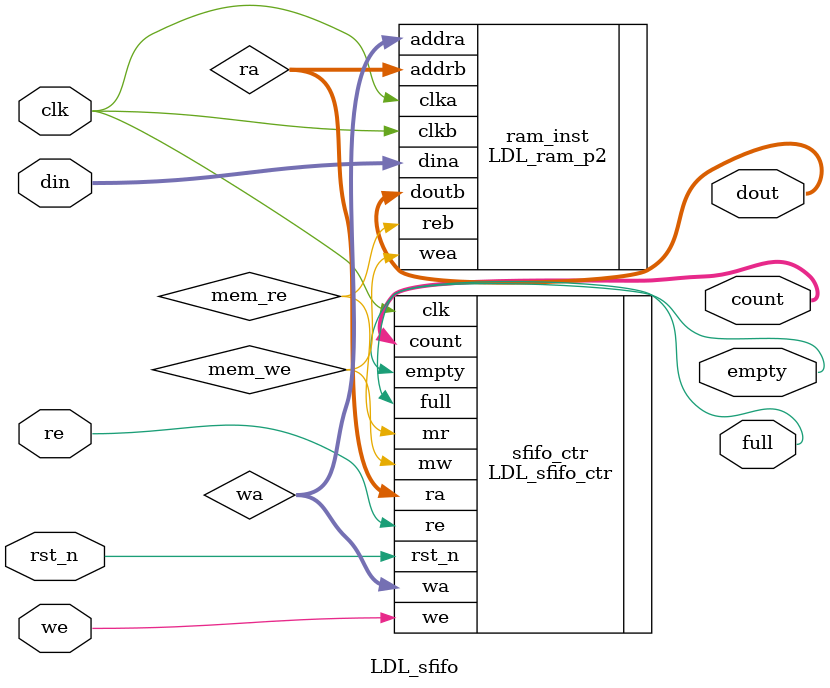
<source format=sv>

module  LDL_sfifo
#(parameter
    DWIDTH  = 8
   ,AWIDTH  = 8
   ,AHEAD   = 1 //1 is mem_read_address ahead
)(
     input                     clk
   , input                     rst_n  // 0 is reset
   , input                     we     // fifo write enable
   , input                     re     // fifo read  enable
   , input       [DWIDTH -1:0] din
   ,output                     empty  // = ~valid
   ,output                     full   // = ~ready
   ,output       [DWIDTH -1:0] dout
   ,output       [AWIDTH   :0] count
);

wire  [AWIDTH -1 : 0]  wa, ra;
wire    mem_re ;
wire    mem_we ;

LDL_sfifo_ctr #(
        .AWIDTH                 ( AWIDTH                 ),
        .AHEAD                  ( AHEAD                  ) 
    )
    sfifo_ctr (
        .clk                    ( clk                    ), // input
        .rst_n                  ( rst_n                  ), // input
        .we                     ( we                     ), // input
        .re                     ( re                     ), // input
        .empty                  ( empty                  ), //output
        .full                   ( full                   ), //output
        .wa                     ( wa                     ), //output[AWIDTH-1:0]
        .ra                     ( ra                     ), //output[AWIDTH-1:0]
        .mw                     ( mem_we                 ), //output
        .mr                     ( mem_re                 ), //output
        .count                  ( count                  )  //output[AWIDTH:0]
    );


LDL_ram_p2 #(
        .DWIDTH                 ( DWIDTH                 ),
        .AWIDTH                 ( AWIDTH                 ) 
    )
    ram_inst (
        .clka                   ( clk                    ), // input
        .wea                    ( mem_we                 ), // input
        .addra                  ( wa                     ), // input[AWIDTH-1:0]
        .dina                   ( din                    ), // input[DWIDTH-1:0]
        .clkb                   ( clk                    ), // input
        .reb                    ( mem_re                 ), // input
        .addrb                  ( ra                     ), // input[AWIDTH-1:0]
        .doutb                  ( dout                   )  //output[DWIDTH-1:0]
    );

endmodule // Logic Design Lib.


</source>
